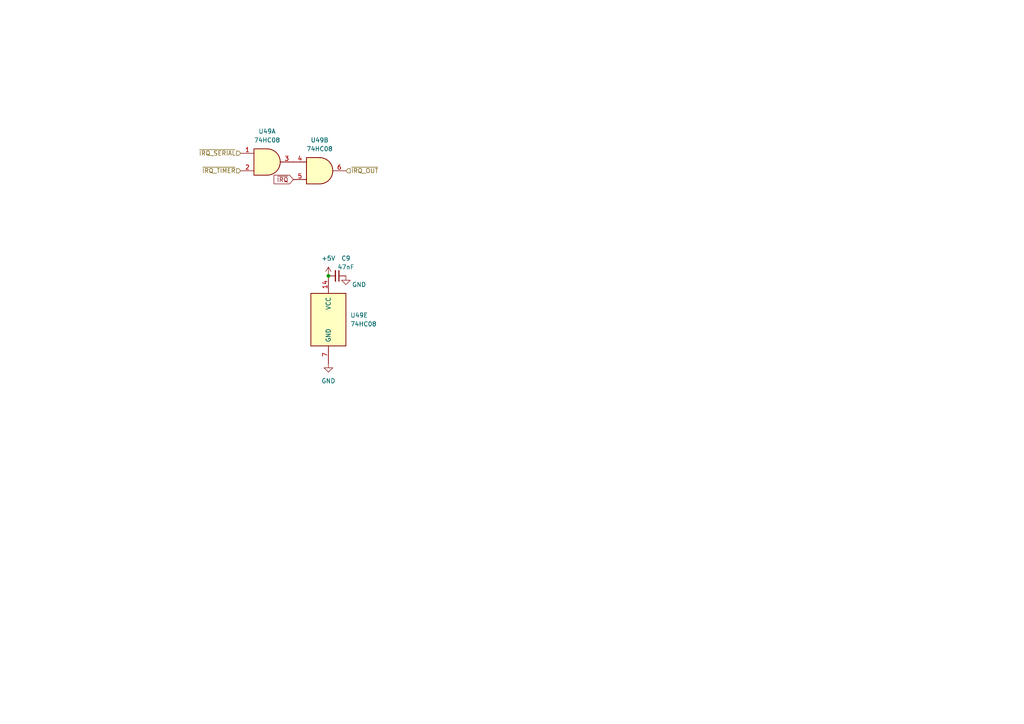
<source format=kicad_sch>
(kicad_sch (version 20230121) (generator eeschema)
  (paper "A4")
  (lib_symbols
    (symbol "74xx:74LS08" (pin_names (offset 1.016))
      (property "Reference" "U" (at 0 1.27 0))
      (property "Value" "74LS08" (at 0 -1.27 0))
      (symbol "74LS08_1_1"
        (arc (start 0 -3.81) (mid 3.7934 0) (end 0 3.81) (stroke (width 0.254)) (fill (type background)))
        (polyline (pts (xy 0 3.81) (xy -3.81 3.81) (xy -3.81 -3.81) (xy 0 -3.81)) (stroke (width 0.254)) (fill (type background)))
        (pin input line (at -7.62 2.54 0) (length 3.81) (name "~") (number "1"))
        (pin input line (at -7.62 -2.54 0) (length 3.81) (name "~") (number "2"))
        (pin output line (at 7.62 0 180) (length 3.81) (name "~") (number "3"))
      )
      (symbol "74LS08_1_2"
        (arc (start -3.81 -3.81) (mid -2.589 0) (end -3.81 3.81) (stroke (width 0.254)))
        (arc (start -0.6096 -3.81) (mid 2.1842 -2.5851) (end 3.81 0) (stroke (width 0.254)) (fill (type background)))
        (polyline (pts (xy -3.81 -3.81) (xy -0.635 -3.81)) (stroke (width 0.254)) (fill (type background)))
        (polyline (pts (xy -3.81 3.81) (xy -0.635 3.81)) (stroke (width 0.254)) (fill (type background)))
        (polyline (pts (xy -0.635 3.81) (xy -3.81 3.81) (xy -3.81 3.81) (xy -3.556 3.4036) (xy -3.0226 2.2606) (xy -2.6924 1.0414) (xy -2.6162 -0.254) (xy -2.7686 -1.4986) (xy -3.175 -2.7178) (xy -3.81 -3.81) (xy -3.81 -3.81) (xy -0.635 -3.81)) (stroke (width -25.4)) (fill (type background)))
        (arc (start 3.81 0) (mid 2.1915 2.5936) (end -0.6096 3.81) (stroke (width 0.254)) (fill (type background)))
        (pin input inverted (at -7.62 2.54 0) (length 4.318) (name "~") (number "1"))
        (pin input inverted (at -7.62 -2.54 0) (length 4.318) (name "~") (number "2"))
        (pin output inverted (at 7.62 0 180) (length 3.81) (name "~") (number "3"))
      )
      (symbol "74LS08_2_1"
        (arc (start 0 -3.81) (mid 3.7934 0) (end 0 3.81) (stroke (width 0.254)) (fill (type background)))
        (polyline (pts (xy 0 3.81) (xy -3.81 3.81) (xy -3.81 -3.81) (xy 0 -3.81)) (stroke (width 0.254)) (fill (type background)))
        (pin input line (at -7.62 2.54 0) (length 3.81) (name "~") (number "4"))
        (pin input line (at -7.62 -2.54 0) (length 3.81) (name "~") (number "5"))
        (pin output line (at 7.62 0 180) (length 3.81) (name "~") (number "6"))
      )
      (symbol "74LS08_2_2"
        (arc (start -3.81 -3.81) (mid -2.589 0) (end -3.81 3.81) (stroke (width 0.254)))
        (arc (start -0.6096 -3.81) (mid 2.1842 -2.5851) (end 3.81 0) (stroke (width 0.254)) (fill (type background)))
        (polyline (pts (xy -3.81 -3.81) (xy -0.635 -3.81)) (stroke (width 0.254)) (fill (type background)))
        (polyline (pts (xy -3.81 3.81) (xy -0.635 3.81)) (stroke (width 0.254)) (fill (type background)))
        (polyline (pts (xy -0.635 3.81) (xy -3.81 3.81) (xy -3.81 3.81) (xy -3.556 3.4036) (xy -3.0226 2.2606) (xy -2.6924 1.0414) (xy -2.6162 -0.254) (xy -2.7686 -1.4986) (xy -3.175 -2.7178) (xy -3.81 -3.81) (xy -3.81 -3.81) (xy -0.635 -3.81)) (stroke (width -25.4)) (fill (type background)))
        (arc (start 3.81 0) (mid 2.1915 2.5936) (end -0.6096 3.81) (stroke (width 0.254)) (fill (type background)))
        (pin input inverted (at -7.62 2.54 0) (length 4.318) (name "~") (number "4"))
        (pin input inverted (at -7.62 -2.54 0) (length 4.318) (name "~") (number "5"))
        (pin output inverted (at 7.62 0 180) (length 3.81) (name "~") (number "6"))
      )
      (symbol "74LS08_3_1"
        (arc (start 0 -3.81) (mid 3.7934 0) (end 0 3.81) (stroke (width 0.254)) (fill (type background)))
        (polyline (pts (xy 0 3.81) (xy -3.81 3.81) (xy -3.81 -3.81) (xy 0 -3.81)) (stroke (width 0.254)) (fill (type background)))
        (pin input line (at -7.62 -2.54 0) (length 3.81) (name "~") (number "10"))
        (pin output line (at 7.62 0 180) (length 3.81) (name "~") (number "8"))
        (pin input line (at -7.62 2.54 0) (length 3.81) (name "~") (number "9"))
      )
      (symbol "74LS08_3_2"
        (arc (start -3.81 -3.81) (mid -2.589 0) (end -3.81 3.81) (stroke (width 0.254)))
        (arc (start -0.6096 -3.81) (mid 2.1842 -2.5851) (end 3.81 0) (stroke (width 0.254)) (fill (type background)))
        (polyline (pts (xy -3.81 -3.81) (xy -0.635 -3.81)) (stroke (width 0.254)) (fill (type background)))
        (polyline (pts (xy -3.81 3.81) (xy -0.635 3.81)) (stroke (width 0.254)) (fill (type background)))
        (polyline (pts (xy -0.635 3.81) (xy -3.81 3.81) (xy -3.81 3.81) (xy -3.556 3.4036) (xy -3.0226 2.2606) (xy -2.6924 1.0414) (xy -2.6162 -0.254) (xy -2.7686 -1.4986) (xy -3.175 -2.7178) (xy -3.81 -3.81) (xy -3.81 -3.81) (xy -0.635 -3.81)) (stroke (width -25.4)) (fill (type background)))
        (arc (start 3.81 0) (mid 2.1915 2.5936) (end -0.6096 3.81) (stroke (width 0.254)) (fill (type background)))
        (pin input inverted (at -7.62 -2.54 0) (length 4.318) (name "~") (number "10"))
        (pin output inverted (at 7.62 0 180) (length 3.81) (name "~") (number "8"))
        (pin input inverted (at -7.62 2.54 0) (length 4.318) (name "~") (number "9"))
      )
      (symbol "74LS08_4_1"
        (arc (start 0 -3.81) (mid 3.7934 0) (end 0 3.81) (stroke (width 0.254)) (fill (type background)))
        (polyline (pts (xy 0 3.81) (xy -3.81 3.81) (xy -3.81 -3.81) (xy 0 -3.81)) (stroke (width 0.254)) (fill (type background)))
        (pin output line (at 7.62 0 180) (length 3.81) (name "~") (number "11"))
        (pin input line (at -7.62 2.54 0) (length 3.81) (name "~") (number "12"))
        (pin input line (at -7.62 -2.54 0) (length 3.81) (name "~") (number "13"))
      )
      (symbol "74LS08_4_2"
        (arc (start -3.81 -3.81) (mid -2.589 0) (end -3.81 3.81) (stroke (width 0.254)))
        (arc (start -0.6096 -3.81) (mid 2.1842 -2.5851) (end 3.81 0) (stroke (width 0.254)) (fill (type background)))
        (polyline (pts (xy -3.81 -3.81) (xy -0.635 -3.81)) (stroke (width 0.254)) (fill (type background)))
        (polyline (pts (xy -3.81 3.81) (xy -0.635 3.81)) (stroke (width 0.254)) (fill (type background)))
        (polyline (pts (xy -0.635 3.81) (xy -3.81 3.81) (xy -3.81 3.81) (xy -3.556 3.4036) (xy -3.0226 2.2606) (xy -2.6924 1.0414) (xy -2.6162 -0.254) (xy -2.7686 -1.4986) (xy -3.175 -2.7178) (xy -3.81 -3.81) (xy -3.81 -3.81) (xy -0.635 -3.81)) (stroke (width -25.4)) (fill (type background)))
        (arc (start 3.81 0) (mid 2.1915 2.5936) (end -0.6096 3.81) (stroke (width 0.254)) (fill (type background)))
        (pin output inverted (at 7.62 0 180) (length 3.81) (name "~") (number "11"))
        (pin input inverted (at -7.62 2.54 0) (length 4.318) (name "~") (number "12"))
        (pin input inverted (at -7.62 -2.54 0) (length 4.318) (name "~") (number "13"))
      )
      (symbol "74LS08_5_0"
        (pin power_in line (at 0 12.7 270) (length 5.08) (name "VCC") (number "14"))
        (pin power_in line (at 0 -12.7 90) (length 5.08) (name "GND") (number "7"))
      )
      (symbol "74LS08_5_1"
        (rectangle (start -5.08 7.62) (end 5.08 -7.62) (stroke (width 0.254)) (fill (type background)))
      )
    )
    (symbol "Device:C_Small" (pin_numbers hide) (pin_names (offset 0.254) hide)
      (property "Reference" "C" (at 0.254 1.778 0))
      (property "Value" "C_Small" (at 0.254 -2.032 0))
      (symbol "C_Small_0_1"
        (polyline (pts (xy -1.524 -0.508) (xy 1.524 -0.508)) (stroke (width 0.3302)))
        (polyline (pts (xy -1.524 0.508) (xy 1.524 0.508)) (stroke (width 0.3048)))
      )
      (symbol "C_Small_1_1"
        (pin passive line (at 0 2.54 270) (length 2.032) (name "~") (number "1"))
        (pin passive line (at 0 -2.54 90) (length 2.032) (name "~") (number "2"))
      )
    )
    (symbol "power:+5V" (power) (pin_names (offset 0))
      (property "Value" "+5V" (at 0 3.556 0))
      (symbol "+5V_0_1"
        (polyline (pts (xy -0.762 1.27) (xy 0 2.54)))
        (polyline (pts (xy 0 0) (xy 0 2.54)))
        (polyline (pts (xy 0 2.54) (xy 0.762 1.27)))
      )
      (symbol "+5V_1_1"
        (pin power_in line (at 0 0 90) (length 0) hide (name "+5V") (number "1"))
      )
    )
    (symbol "power:GND" (power) (pin_names (offset 0))
      (property "Value" "GND" (at 0 -3.81 0))
      (symbol "GND_0_1"
        (polyline (pts (xy 0 0) (xy 0 -1.27) (xy 1.27 -1.27) (xy 0 -2.54) (xy -1.27 -1.27) (xy 0 -1.27)))
      )
      (symbol "GND_1_1"
        (pin power_in line (at 0 0 270) (length 0) hide (name "GND") (number "1"))
      )
    )
  )
  (junction (at 95.25 80.01))
  (global_label "~{IRQ}" (shape input) (at 85.09 52.07 180) (property "Intersheetrefs" "${INTERSHEET_REFS}" (effects hide)))
  (hierarchical_label "~{IRQ_SERIAL}" (shape input) (at 69.85 44.45 180))
  (hierarchical_label "~{IRQ_TIMER}" (shape input) (at 69.85 49.53 180))
  (hierarchical_label "~{IRQ_OUT}" (shape input) (at 100.33 49.53 0))
  (symbol (lib_id "74xx:74LS08") (at 95.25 92.71 0) (unit 5)
    (property "Reference" "U49" (at 101.6 91.44 0) (effects (justify left)))
    (property "Value" "74HC08" (at 101.6 93.98 0) (effects (justify left)))
    (property "Footprint" "Package_SO:SOIC-14_3.9x8.7mm_P1.27mm" (effects hide))
    (property "Datasheet" "http://www.ti.com/lit/gpn/sn74LS08" (effects hide))
  )
  (symbol (lib_id "74xx:74LS08") (at 77.47 46.99 0) (unit 1)
    (property "Reference" "U49" (at 77.4617 38.1 0))
    (property "Value" "74HC08" (at 77.4617 40.64 0))
    (property "Footprint" "Package_SO:SOIC-14_3.9x8.7mm_P1.27mm" (effects hide))
    (property "Datasheet" "http://www.ti.com/lit/gpn/sn74LS08" (effects hide))
  )
  (symbol (lib_id "power:GND") (at 95.25 105.41 0) (unit 1)
    (property "Reference" "#PWR0116" (effects hide))
    (property "Value" "GND" (at 95.25 110.49 0))
  )
  (symbol (lib_id "74xx:74LS08") (at 92.71 49.53 0) (unit 2)
    (property "Reference" "U49" (at 92.7017 40.64 0))
    (property "Value" "74HC08" (at 92.7017 43.18 0))
    (property "Footprint" "Package_SO:SOIC-14_3.9x8.7mm_P1.27mm" (effects hide))
    (property "Datasheet" "http://www.ti.com/lit/gpn/sn74LS08" (effects hide))
  )
  (symbol (lib_id "power:+5V") (at 95.25 80.01 0) (unit 1)
    (property "Reference" "#PWR0117" (effects hide))
    (property "Value" "+5V" (at 95.25 74.93 0))
  )
  (symbol (lib_id "Device:C_Small") (at 97.79 80.01 270) (mirror x) (unit 1)
    (property "Reference" "C9" (at 100.33 74.93 90))
    (property "Value" "47nF" (at 100.33 77.47 90))
    (property "Footprint" "Capacitor_SMD:C_0603_1608Metric_Pad1.08x0.95mm_HandSolder" (effects hide))
    (instances (project "Micro" (path "" (reference "C9") (unit 1)) (path "" (reference "C34") (unit 1)) (path "" (reference "C35") (unit 1)) (path "" (reference "C46") (unit 1))))
  )
  (symbol (lib_id "power:GND") (at 100.33 80.01 0) (mirror y) (unit 1)
    (property "Reference" "#PWR0128" (effects hide))
    (property "Value" "GND" (at 104.14 82.55 0))
    (instances (project "Micro" (path "" (reference "#PWR0128") (unit 1)) (path "" (reference "#PWR0153") (unit 1)) (path "" (reference "#PWR0154") (unit 1)) (path "" (reference "#PWR0165") (unit 1))))
  )
)
</source>
